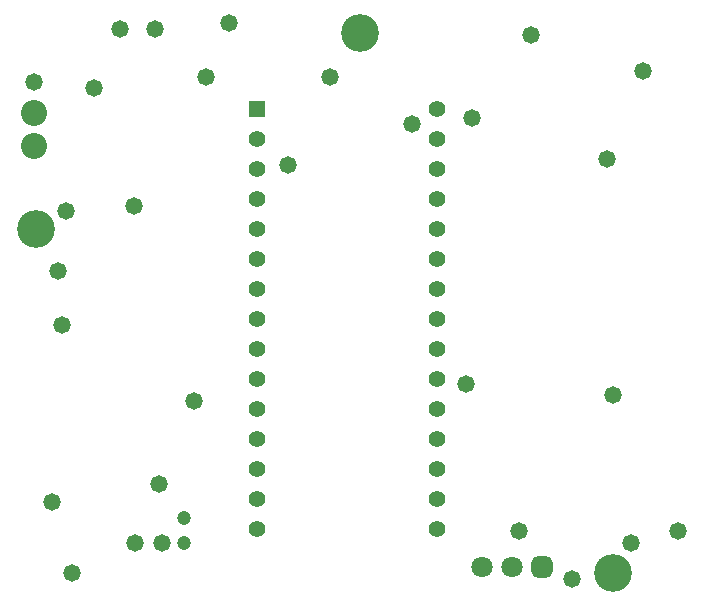
<source format=gbr>
G04*
G04 #@! TF.GenerationSoftware,Altium Limited,Altium Designer,24.6.1 (21)*
G04*
G04 Layer_Color=16711935*
%FSLAX25Y25*%
%MOIN*%
G70*
G04*
G04 #@! TF.SameCoordinates,FB6864B3-348A-4B3C-8FDE-2C751703143F*
G04*
G04*
G04 #@! TF.FilePolarity,Negative*
G04*
G01*
G75*
%ADD50C,0.04737*%
%ADD51C,0.08674*%
%ADD52C,0.12611*%
G04:AMPARAMS|DCode=53|XSize=70.99mil|YSize=70.99mil|CornerRadius=19.75mil|HoleSize=0mil|Usage=FLASHONLY|Rotation=180.000|XOffset=0mil|YOffset=0mil|HoleType=Round|Shape=RoundedRectangle|*
%AMROUNDEDRECTD53*
21,1,0.07099,0.03150,0,0,180.0*
21,1,0.03150,0.07099,0,0,180.0*
1,1,0.03950,-0.01575,0.01575*
1,1,0.03950,0.01575,0.01575*
1,1,0.03950,0.01575,-0.01575*
1,1,0.03950,-0.01575,-0.01575*
%
%ADD53ROUNDEDRECTD53*%
%ADD54C,0.07099*%
%ADD55R,0.05567X0.05567*%
%ADD56C,0.05567*%
%ADD57C,0.05800*%
D50*
X57874Y21654D02*
D03*
Y29921D02*
D03*
D51*
X7874Y153937D02*
D03*
Y164961D02*
D03*
D52*
X8268Y126378D02*
D03*
X116535Y191732D02*
D03*
X200787Y11811D02*
D03*
D53*
X177165Y13780D02*
D03*
D54*
X167165D02*
D03*
X157165D02*
D03*
D55*
X82205Y166270D02*
D03*
D56*
Y156270D02*
D03*
Y146270D02*
D03*
Y136270D02*
D03*
Y126270D02*
D03*
Y116270D02*
D03*
Y106270D02*
D03*
Y96270D02*
D03*
Y86270D02*
D03*
Y76270D02*
D03*
Y66270D02*
D03*
Y56270D02*
D03*
Y46270D02*
D03*
Y36270D02*
D03*
Y26270D02*
D03*
X142205D02*
D03*
Y36270D02*
D03*
Y46270D02*
D03*
Y56270D02*
D03*
Y66270D02*
D03*
Y76270D02*
D03*
Y86270D02*
D03*
Y96270D02*
D03*
Y106270D02*
D03*
Y116270D02*
D03*
Y126270D02*
D03*
Y136270D02*
D03*
Y146270D02*
D03*
Y156270D02*
D03*
Y166270D02*
D03*
D57*
X50394Y21654D02*
D03*
X18504Y132283D02*
D03*
X200787Y70866D02*
D03*
X133858Y161417D02*
D03*
X106299Y177165D02*
D03*
X36220Y192913D02*
D03*
X48031D02*
D03*
X16929Y94488D02*
D03*
X20472Y11811D02*
D03*
X13780Y35433D02*
D03*
X198819Y149606D02*
D03*
X210630Y179134D02*
D03*
X187008Y9843D02*
D03*
X206693Y21654D02*
D03*
X153543Y163386D02*
D03*
X222441Y25591D02*
D03*
X151575Y74803D02*
D03*
X169291Y25591D02*
D03*
X15748Y112205D02*
D03*
X61024Y68898D02*
D03*
X49213Y41339D02*
D03*
X41339Y21654D02*
D03*
X64961Y177165D02*
D03*
X7874Y175197D02*
D03*
X27559Y173228D02*
D03*
X92520Y147638D02*
D03*
X41043Y133858D02*
D03*
X72835Y194882D02*
D03*
X173228Y190945D02*
D03*
M02*

</source>
